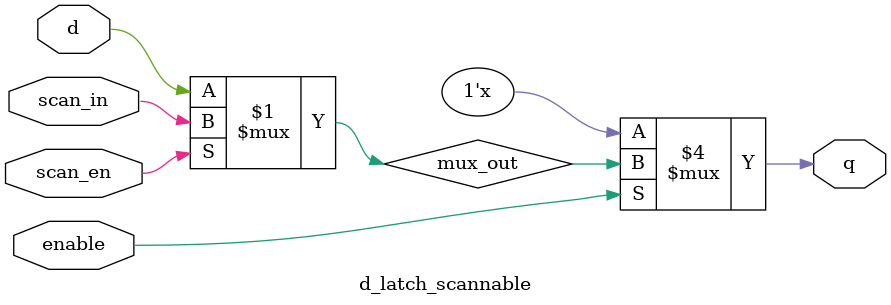
<source format=sv>
module d_latch_scannable (
    input wire d,
    input wire scan_in,
    input wire scan_en,
    input wire enable,
    output reg q
);
    wire mux_out;
    
    assign mux_out = scan_en ? scan_in : d;
    
    always @* begin
        if (enable)
            q = mux_out;
    end
endmodule
</source>
